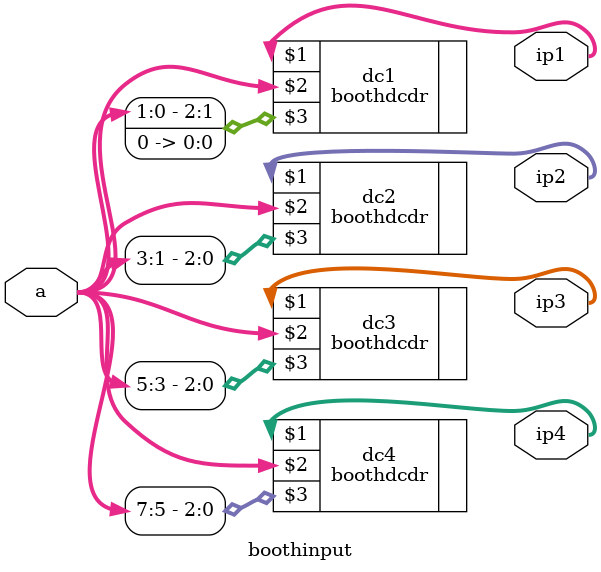
<source format=v>

module boothinput (ip1,ip2,ip3,ip4, a);
  output wire [8:0] ip1,ip2,ip3,ip4;
  input wire [7:0] a;
  boothdcdr dc1 (ip1,a,{a[1:0],1'b0});
  boothdcdr dc2 (ip2,a,a[3:1]);
  boothdcdr dc3 (ip3,a,a[5:3]);
  boothdcdr dc4 (ip4,a,a[7:5]);
endmodule
</source>
